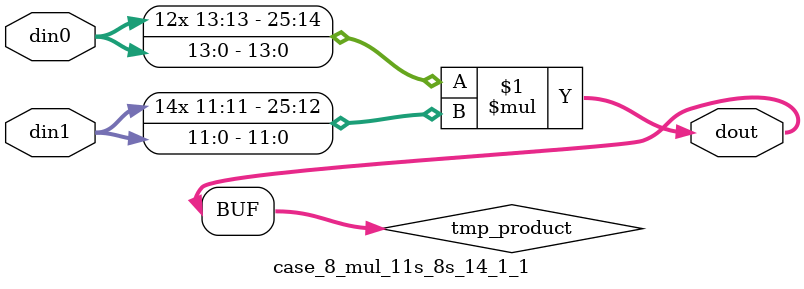
<source format=v>

`timescale 1 ns / 1 ps

 module case_8_mul_11s_8s_14_1_1(din0, din1, dout);
parameter ID = 1;
parameter NUM_STAGE = 0;
parameter din0_WIDTH = 14;
parameter din1_WIDTH = 12;
parameter dout_WIDTH = 26;

input [din0_WIDTH - 1 : 0] din0; 
input [din1_WIDTH - 1 : 0] din1; 
output [dout_WIDTH - 1 : 0] dout;

wire signed [dout_WIDTH - 1 : 0] tmp_product;



























assign tmp_product = $signed(din0) * $signed(din1);








assign dout = tmp_product;





















endmodule

</source>
